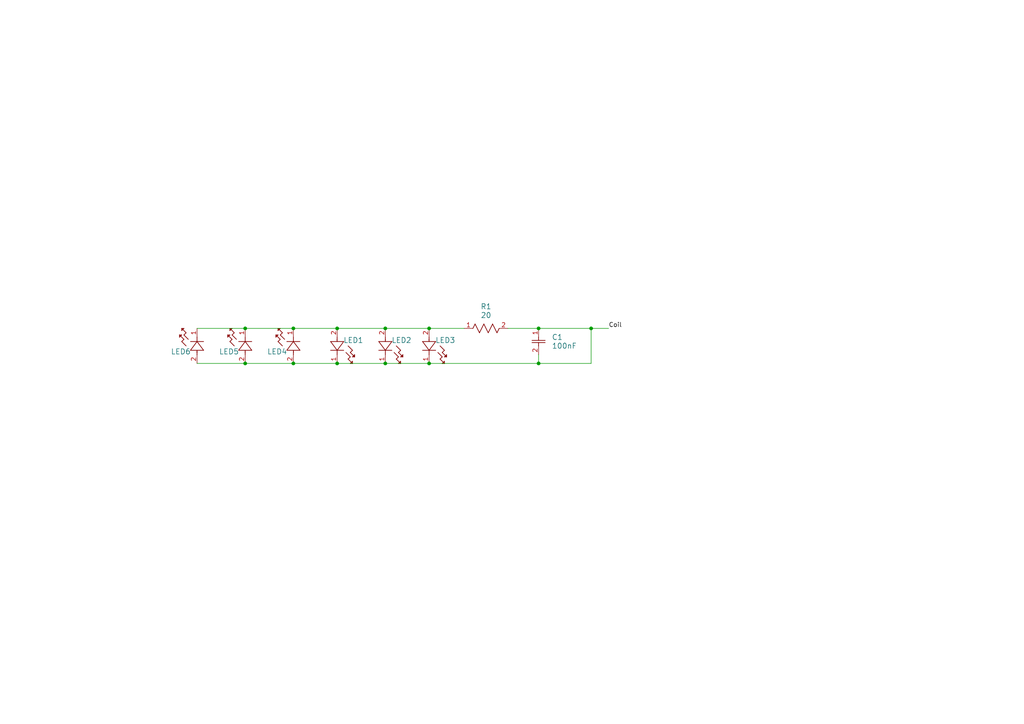
<source format=kicad_sch>
(kicad_sch (version 20231120) (generator "eeschema") (generator_version "8.0")
  (paper "A4")
  (lib_symbols
    (symbol "151034BS03000:151034BS03000" (pin_names (offset 0.254))
      (property "Reference" "LED" (at 5.08 -4.445 0))
      (property "Value" "151034BS03000" (at 5.08 -7.62 0))
      (symbol "151034BS03000_0_1"
        (polyline (pts (xy 2.54 0) (xy 3.4798 0)) (stroke (width 0.2032)))
        (polyline (pts (xy 3.175 0) (xy 3.81 0)) (stroke (width 0.2032)))
        (polyline (pts (xy 3.81 -1.905) (xy 6.35 0)) (stroke (width 0.2032)))
        (polyline (pts (xy 3.81 1.905) (xy 3.81 -1.905)) (stroke (width 0.2032)))
        (polyline (pts (xy 5.08 3.175) (xy 6.35 4.445)) (stroke (width 0.2032)))
        (polyline (pts (xy 6.35 -1.905) (xy 6.35 1.905)) (stroke (width 0.2032)))
        (polyline (pts (xy 6.35 0) (xy 3.81 1.905)) (stroke (width 0.2032)))
        (polyline (pts (xy 6.35 0) (xy 7.62 0)) (stroke (width 0.2032)))
        (polyline (pts (xy 6.35 4.445) (xy 6.985 3.81)) (stroke (width 0.2032)))
        (polyline (pts (xy 6.985 2.54) (xy 8.255 3.81)) (stroke (width 0.2032)))
        (polyline (pts (xy 6.985 3.81) (xy 8.255 5.08)) (stroke (width 0.2032)))
        (polyline (pts (xy 7.62 5.08) (xy 8.255 4.445)) (stroke (width 0.2032)))
        (polyline (pts (xy 8.255 3.81) (xy 8.89 3.175)) (stroke (width 0.2032)))
        (polyline (pts (xy 8.255 4.445) (xy 8.255 5.08)) (stroke (width 0.2032)))
        (polyline (pts (xy 8.255 5.08) (xy 7.62 5.08)) (stroke (width 0.2032)))
        (polyline (pts (xy 8.89 3.175) (xy 10.16 4.445)) (stroke (width 0.2032)))
        (polyline (pts (xy 9.525 4.445) (xy 10.16 3.81)) (stroke (width 0.2032)))
        (polyline (pts (xy 10.16 3.81) (xy 10.16 4.445)) (stroke (width 0.2032)))
        (polyline (pts (xy 10.16 4.445) (xy 9.525 4.445)) (stroke (width 0.2032)))
        (pin unspecified line (at 10.16 0 180) (length 2.54) (name "") (number "1"))
        (pin unspecified line (at 0 0 0) (length 2.54) (name "") (number "2"))
      )
    )
    (symbol "GRM033R60J104KE19D:GRM033R60J104KE19D" (pin_names (offset 0.254))
      (property "Reference" "C" (at 3.81 3.81 0))
      (property "Value" "GRM033R60J104KE19D" (at 3.81 -3.81 0))
      (symbol "GRM033R60J104KE19D_1_1"
        (polyline (pts (xy 2.54 0) (xy 3.4798 0)) (stroke (width 0.2032)))
        (polyline (pts (xy 3.4798 -1.905) (xy 3.4798 1.905)) (stroke (width 0.2032)))
        (polyline (pts (xy 4.1148 -1.905) (xy 4.1148 1.905)) (stroke (width 0.2032)))
        (polyline (pts (xy 4.1148 0) (xy 5.08 0)) (stroke (width 0.2032)))
        (pin unspecified line (at 0 0 0) (length 2.54) (name "") (number "1"))
        (pin unspecified line (at 7.62 0 180) (length 2.54) (name "") (number "2"))
      )
      (symbol "GRM033R60J104KE19D_1_2"
        (polyline (pts (xy -1.905 -4.1148) (xy 1.905 -4.1148)) (stroke (width 0.2032)))
        (polyline (pts (xy -1.905 -3.4798) (xy 1.905 -3.4798)) (stroke (width 0.2032)))
        (polyline (pts (xy 0 -4.1148) (xy 0 -5.08)) (stroke (width 0.2032)))
        (polyline (pts (xy 0 -2.54) (xy 0 -3.4798)) (stroke (width 0.2032)))
        (pin unspecified line (at 0 0 270) (length 2.54) (name "") (number "1"))
        (pin unspecified line (at 0 -7.62 90) (length 2.54) (name "") (number "2"))
      )
    )
    (symbol "LTR18EZPJ200:LTR18EZPJ200" (pin_names (offset 0.254))
      (property "Reference" "R" (at 5.715 3.81 0))
      (property "Value" "LTR18EZPJ200" (at 6.35 -3.81 0))
      (symbol "LTR18EZPJ200_1_1"
        (polyline (pts (xy 2.54 0) (xy 3.175 1.27)) (stroke (width 0.2032)))
        (polyline (pts (xy 3.175 1.27) (xy 4.445 -1.27)) (stroke (width 0.2032)))
        (polyline (pts (xy 4.445 -1.27) (xy 5.715 1.27)) (stroke (width 0.2032)))
        (polyline (pts (xy 5.715 1.27) (xy 6.985 -1.27)) (stroke (width 0.2032)))
        (polyline (pts (xy 6.985 -1.27) (xy 8.255 1.27)) (stroke (width 0.2032)))
        (polyline (pts (xy 8.255 1.27) (xy 9.525 -1.27)) (stroke (width 0.2032)))
        (polyline (pts (xy 9.525 -1.27) (xy 10.16 0)) (stroke (width 0.2032)))
        (pin unspecified line (at 0 0 0) (length 2.54) (name "") (number "1"))
        (pin unspecified line (at 12.7 0 180) (length 2.54) (name "") (number "2"))
      )
      (symbol "LTR18EZPJ200_1_2"
        (polyline (pts (xy -1.27 3.175) (xy 1.27 4.445)) (stroke (width 0.2032)))
        (polyline (pts (xy -1.27 5.715) (xy 1.27 6.985)) (stroke (width 0.2032)))
        (polyline (pts (xy -1.27 8.255) (xy 1.27 9.525)) (stroke (width 0.2032)))
        (polyline (pts (xy 0 2.54) (xy -1.27 3.175)) (stroke (width 0.2032)))
        (polyline (pts (xy 1.27 4.445) (xy -1.27 5.715)) (stroke (width 0.2032)))
        (polyline (pts (xy 1.27 6.985) (xy -1.27 8.255)) (stroke (width 0.2032)))
        (polyline (pts (xy 1.27 9.525) (xy 0 10.16)) (stroke (width 0.2032)))
        (pin unspecified line (at 0 12.7 270) (length 2.54) (name "") (number "1"))
        (pin unspecified line (at 0 0 90) (length 2.54) (name "") (number "2"))
      )
    )
  )
  (junction (at 97.79 105.41))
  (junction (at 71.12 105.41))
  (junction (at 171.45 95.25))
  (junction (at 71.12 95.25))
  (junction (at 124.46 105.41))
  (junction (at 156.21 95.25))
  (junction (at 156.21 105.41))
  (junction (at 85.09 105.41))
  (junction (at 124.46 95.25))
  (junction (at 85.09 95.25))
  (junction (at 111.76 95.25))
  (junction (at 97.79 95.25))
  (junction (at 111.76 105.41))
  (wire (pts (xy 97.79 105.41) (xy 111.76 105.41)))
  (wire (pts (xy 156.21 102.87) (xy 156.21 105.41)))
  (wire (pts (xy 156.21 95.25) (xy 171.45 95.25)))
  (wire (pts (xy 124.46 105.41) (xy 156.21 105.41)))
  (wire (pts (xy 147.32 95.25) (xy 156.21 95.25)))
  (wire (pts (xy 156.21 105.41) (xy 171.45 105.41)))
  (wire (pts (xy 57.15 105.41) (xy 71.12 105.41)))
  (wire (pts (xy 124.46 95.25) (xy 134.62 95.25)))
  (wire (pts (xy 171.45 95.25) (xy 176.53 95.25)))
  (wire (pts (xy 85.09 105.41) (xy 97.79 105.41)))
  (wire (pts (xy 57.15 95.25) (xy 71.12 95.25)))
  (wire (pts (xy 71.12 95.25) (xy 85.09 95.25)))
  (wire (pts (xy 111.76 105.41) (xy 124.46 105.41)))
  (wire (pts (xy 171.45 95.25) (xy 171.45 105.41)))
  (wire (pts (xy 111.76 95.25) (xy 124.46 95.25)))
  (wire (pts (xy 97.79 95.25) (xy 111.76 95.25)))
  (wire (pts (xy 71.12 105.41) (xy 85.09 105.41)))
  (wire (pts (xy 85.09 95.25) (xy 97.79 95.25)))
  (label "Coil" (at 176.53 95.25 0))
  (symbol (lib_id "151034BS03000:151034BS03000") (at 111.76 95.25 270) (unit 1)
    (property "Reference" "LED2" (at 116.459 98.679 90) (effects (font (size 1.524 1.524))))
    (property "Value" "151034BS03000" (effects (hide yes)))
    (property "Footprint" "wireless-power-footprints:LED_BS03000_WRE" (effects (hide yes)))
    (property "Datasheet" "151034BS03000" (effects (hide yes)))
  )
  (symbol (lib_id "151034BS03000:151034BS03000") (at 57.15 105.41 90) (unit 1)
    (property "Reference" "LED6" (at 52.451 101.981 90) (effects (font (size 1.524 1.524))))
    (property "Value" "151034BS03000" (effects (hide yes)))
    (property "Footprint" "LED_BS03000_WRE" (effects (hide yes)))
    (property "Datasheet" "151034BS03000" (effects (hide yes)))
  )
  (symbol (lib_id "GRM033R60J104KE19D:GRM033R60J104KE19D") (at 156.21 95.25 270) (unit 1)
    (property "Reference" "C1" (at 160.02 97.7899 90) (effects (font (size 1.524 1.524)) (justify left)))
    (property "Value" "100nF" (at 160.02 100.3299 90) (effects (font (size 1.524 1.524)) (justify left)))
    (property "Footprint" "wireless-power-footprints:G-033_MUR" (effects (hide yes)))
    (property "Datasheet" "GRM033R60J104KE19D" (effects (hide yes)))
  )
  (symbol (lib_id "151034BS03000:151034BS03000") (at 124.46 95.25 270) (unit 1)
    (property "Reference" "LED3" (at 129.159 98.679 90) (effects (font (size 1.524 1.524))))
    (property "Value" "151034BS03000" (effects (hide yes)))
    (property "Footprint" "wireless-power-footprints:LED_BS03000_WRE" (effects (hide yes)))
    (property "Datasheet" "151034BS03000" (effects (hide yes)))
  )
  (symbol (lib_id "151034BS03000:151034BS03000") (at 71.12 105.41 90) (unit 1)
    (property "Reference" "LED5" (at 66.421 101.981 90) (effects (font (size 1.524 1.524))))
    (property "Value" "151034BS03000" (effects (hide yes)))
    (property "Footprint" "wireless-power-footprints:LED_BS03000_WRE" (effects (hide yes)))
    (property "Datasheet" "151034BS03000" (effects (hide yes)))
  )
  (symbol (lib_id "151034BS03000:151034BS03000") (at 85.09 105.41 90) (unit 1)
    (property "Reference" "LED4" (at 80.391 101.981 90) (effects (font (size 1.524 1.524))))
    (property "Value" "151034BS03000" (effects (hide yes)))
    (property "Footprint" "wireless-power-footprints:LED_BS03000_WRE" (effects (hide yes)))
    (property "Datasheet" "151034BS03000" (effects (hide yes)))
  )
  (symbol (lib_id "LTR18EZPJ200:LTR18EZPJ200") (at 134.62 95.25 0) (unit 1)
    (property "Reference" "R1" (at 140.97 88.9 0) (effects (font (size 1.524 1.524))))
    (property "Value" "20" (at 140.97 91.44 0) (effects (font (size 1.524 1.524))))
    (property "Footprint" "wireless-power-footprints:RES_R1632_ROM" (effects (hide yes)))
    (property "Datasheet" "LTR18EZPJ200" (effects (hide yes)))
  )
  (symbol (lib_id "151034BS03000:151034BS03000") (at 97.79 95.25 270) (unit 1)
    (property "Reference" "LED1" (at 102.489 98.679 90) (effects (font (size 1.524 1.524))))
    (property "Value" "151034BS03000" (effects (hide yes)))
    (property "Footprint" "wireless-power-footprints:LED_BS03000_WRE" (effects (hide yes)))
    (property "Datasheet" "151034BS03000" (effects (hide yes)))
  )
)
</source>
